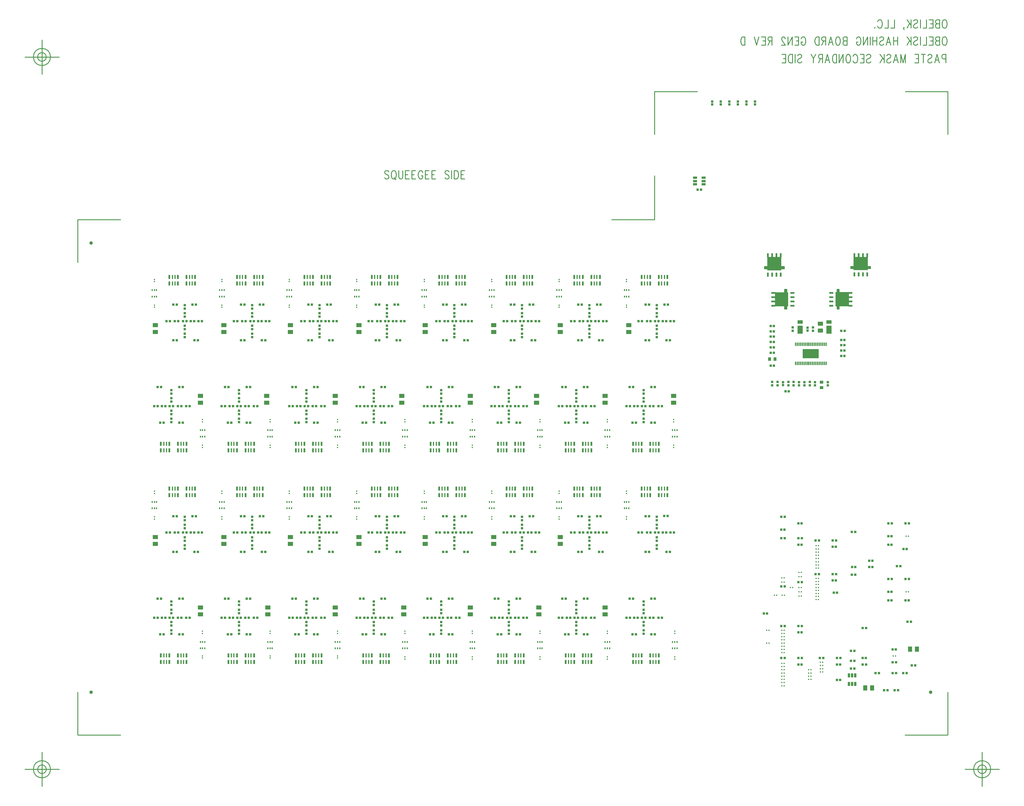
<source format=gbr>
*
*
G04 PADS 9.2 Build Number: 414666 generated Gerber (RS-274-X) file*
G04 PC Version=2.1*
*
%IN "SC1B_REVD_ARC.pcb"*%
*
%MOIN*%
*
%FSLAX24Y24*%
*
*
*
*
G04 PC Standard Apertures*
*
*
G04 Thermal Relief Aperture macro.*
%AMTER*
1,1,$1,0,0*
1,0,$1-$2,0,0*
21,0,$3,$4,0,0,45*
21,0,$3,$4,0,0,135*
%
*
*
G04 Annular Aperture macro.*
%AMANN*
1,1,$1,0,0*
1,0,$2,0,0*
%
*
*
G04 Odd Aperture macro.*
%AMODD*
1,1,$1,0,0*
1,0,$1-0.005,0,0*
%
*
*
G04 PC Custom Aperture Macros*
*
*
*
*
*
*
G04 PC Aperture Table*
*
%ADD010C,0.001*%
%ADD017R,0.04X0.038*%
%ADD023R,0.027X0.027*%
%ADD026C,0.04*%
%ADD028C,0.01*%
%ADD032C,0.005*%
%ADD049R,0.045X0.025*%
%ADD116R,0.038X0.04*%
%ADD138R,0.06X0.05*%
%ADD148R,0.025X0.045*%
%ADD169R,0.017X0.045*%
%ADD197R,0.016X0.018*%
%ADD199R,0.018X0.016*%
%ADD287R,0.024X0.045*%
%ADD289R,0.05X0.06*%
%ADD290R,0.01654X0.02362*%
%ADD293R,0.029X0.029*%
%ADD295R,0.024X0.05*%
%ADD296R,0.05X0.024*%
%ADD314R,0.012X0.042*%
%ADD315R,0.187X0.108*%
%ADD316R,0.059X0.095*%
%ADD317R,0.059X0.041*%
*
*
*
*
G04 PC Circuitry*
G04 Layer Name SC1B_REVD_ARC.pcb - circuitry*
%LPD*%
*
*
G04 PC Custom Flashes*
G04 Layer Name SC1B_REVD_ARC.pcb - flashes*
%LPD*%
*
*
G04 PC Circuitry*
G04 Layer Name SC1B_REVD_ARC.pcb - circuitry*
%LPD*%
*
G54D10*
G54D17*
G01X106820Y60622D03*
Y61252D03*
G54D23*
X115140Y30000D03*
X115500D03*
X94070Y94054D03*
Y93694D03*
X95070Y94054D03*
Y93694D03*
X96070Y94054D03*
Y93694D03*
X114640Y36750D03*
X115000D03*
Y43250D03*
X114640D03*
Y35750D03*
X115000D03*
X114640Y42250D03*
X115000D03*
X116390Y41750D03*
X116750D03*
X117000Y35750D03*
X116640D03*
X112750Y39625D03*
X112390D03*
Y40375D03*
X112750D03*
X110750Y39625D03*
X110390D03*
X101250Y67812D03*
X100890D03*
X101250Y67187D03*
X100890D03*
X101250Y66562D03*
X100890D03*
Y64687D03*
X101250D03*
X102640Y60187D03*
X103000D03*
X105195Y67617D03*
Y67257D03*
X101250Y63187D03*
X100890D03*
X104820Y61242D03*
Y60882D03*
X109500Y64937D03*
X109140D03*
X109500Y64312D03*
X109140D03*
X104195Y61242D03*
Y60882D03*
X106070D03*
Y61242D03*
X107570D03*
Y60882D03*
X109500Y66187D03*
X109140D03*
X101250Y65312D03*
X100890D03*
X109500Y65562D03*
X109140D03*
X101250Y65937D03*
X100890D03*
X99070Y94054D03*
Y93694D03*
X104500Y44750D03*
X104140D03*
X102500Y44000D03*
X102140D03*
X98070Y94054D03*
Y93694D03*
X97070Y94054D03*
Y93694D03*
X104500Y32000D03*
X104140D03*
Y42250D03*
X104500D03*
Y28250D03*
X104140D03*
X108500Y42000D03*
X108140D03*
X109000Y28250D03*
X108640D03*
X108500Y38063D03*
X108140D03*
X111640Y29000D03*
X112000D03*
X108634Y26456D03*
X108994D03*
X108265Y36625D03*
X108625D03*
X100450Y34200D03*
X100090D03*
X102320Y60895D03*
Y61255D03*
G54D26*
X21570Y77500D03*
Y25000D03*
X119570D03*
G54D28*
X121245Y101614D02*
X121313Y101567D01*
X121313D02*
X121381Y101473D01*
X121381D02*
X121415Y101380D01*
X121415D02*
X121450Y101239D01*
Y101005*
X121415Y100864*
X121415D02*
X121381Y100770D01*
X121381D02*
X121313Y100676D01*
X121313D02*
X121245Y100630D01*
X121109*
X121040Y100676*
X121040D02*
X120972Y100770D01*
X120972D02*
X120938Y100864D01*
X120938D02*
X120904Y101005D01*
X120904D02*
Y101239D01*
X120904D02*
X120938Y101380D01*
X120938D02*
X120972Y101473D01*
X120972D02*
X121040Y101567D01*
X121040D02*
X121109Y101614D01*
X121245*
X120597D02*
Y100630D01*
Y101614D02*
X120290D01*
X120290D02*
X120188Y101567D01*
X120188D02*
X120154Y101520D01*
X120154D02*
X120120Y101426D01*
X120120D02*
Y101333D01*
X120154Y101239*
X120154D02*
X120188Y101192D01*
X120188D02*
X120290Y101145D01*
X120597D02*
X120290D01*
X120290D02*
X120188Y101098D01*
X120188D02*
X120154Y101051D01*
X120154D02*
X120120Y100958D01*
Y100817*
X120120D02*
X120154Y100723D01*
X120154D02*
X120188Y100676D01*
X120188D02*
X120290Y100630D01*
X120290D02*
X120597D01*
X119813Y101614D02*
Y100630D01*
Y101614D02*
X119370D01*
X119813Y101145D02*
X119540D01*
X119813Y100630D02*
X119370D01*
X119063Y101614D02*
Y100630D01*
X119063D02*
X118654D01*
X118347Y101614D02*
Y100630D01*
X117563Y101473D02*
X117631Y101567D01*
X117631D02*
X117734Y101614D01*
X117870*
X117972Y101567*
X117972D02*
X118040Y101473D01*
X118040D02*
Y101380D01*
X118040D02*
X118006Y101286D01*
X118006D02*
X117972Y101239D01*
X117972D02*
X117904Y101192D01*
X117904D02*
X117700Y101098D01*
X117700D02*
X117631Y101051D01*
X117631D02*
X117597Y101005D01*
X117597D02*
X117563Y100911D01*
X117563D02*
Y100770D01*
X117563D02*
X117631Y100676D01*
X117631D02*
X117734Y100630D01*
X117870*
X117972Y100676*
X117972D02*
X118040Y100770D01*
X117256Y101614D02*
Y100630D01*
X116779Y101614D02*
X117256Y100958D01*
X117086Y101192D02*
X116779Y100630D01*
X115688Y101614D02*
Y100630D01*
X115211Y101614D02*
Y100630D01*
X115688Y101145D02*
X115211D01*
X114631Y101614D02*
X114904Y100630D01*
X114631Y101614D02*
X114359Y100630D01*
X114802Y100958D02*
X114461D01*
X113575Y101473D02*
X113643Y101567D01*
X113643D02*
X113745Y101614D01*
X113881*
X113881D02*
X113984Y101567D01*
X113984D02*
X114052Y101473D01*
X114052D02*
Y101380D01*
X114018Y101286*
X113984Y101239*
X113915Y101192*
X113915D02*
X113711Y101098D01*
X113711D02*
X113643Y101051D01*
X113643D02*
X113609Y101005D01*
X113575Y100911*
Y100770*
X113575D02*
X113643Y100676D01*
X113643D02*
X113745Y100630D01*
X113881*
X113881D02*
X113984Y100676D01*
X113984D02*
X114052Y100770D01*
X113268Y101614D02*
Y100630D01*
X112790Y101614D02*
Y100630D01*
X113268Y101145D02*
X112790D01*
X112484Y101614D02*
Y100630D01*
X112177Y101614D02*
Y100630D01*
Y101614D02*
X111700Y100630D01*
Y101614D02*
Y100630D01*
X110881Y101380D02*
X110915Y101473D01*
X110915D02*
X110984Y101567D01*
X110984D02*
X111052Y101614D01*
X111188*
X111188D02*
X111256Y101567D01*
X111256D02*
X111325Y101473D01*
X111325D02*
X111359Y101380D01*
X111393Y101239*
Y101005*
X111359Y100864*
X111325Y100770*
X111325D02*
X111256Y100676D01*
X111256D02*
X111188Y100630D01*
X111188D02*
X111052D01*
X110984Y100676*
X110984D02*
X110915Y100770D01*
X110915D02*
X110881Y100864D01*
X110881D02*
Y101005D01*
X111052D02*
X110881D01*
X109790Y101614D02*
Y100630D01*
Y101614D02*
X109484D01*
X109381Y101567*
X109381D02*
X109347Y101520D01*
X109347D02*
X109313Y101426D01*
X109313D02*
Y101333D01*
X109313D02*
X109347Y101239D01*
X109347D02*
X109381Y101192D01*
X109381D02*
X109484Y101145D01*
X109790D02*
X109484D01*
X109484D02*
X109381Y101098D01*
X109381D02*
X109347Y101051D01*
X109347D02*
X109313Y100958D01*
X109313D02*
Y100817D01*
X109313D02*
X109347Y100723D01*
X109347D02*
X109381Y100676D01*
X109381D02*
X109484Y100630D01*
X109790*
X108802Y101614D02*
X108870Y101567D01*
X108870D02*
X108938Y101473D01*
X108938D02*
X108972Y101380D01*
X108972D02*
X109006Y101239D01*
X109006D02*
Y101005D01*
X109006D02*
X108972Y100864D01*
X108972D02*
X108938Y100770D01*
X108938D02*
X108870Y100676D01*
X108870D02*
X108802Y100630D01*
X108665*
X108665D02*
X108597Y100676D01*
X108597D02*
X108529Y100770D01*
X108529D02*
X108495Y100864D01*
X108461Y101005*
Y101239*
X108495Y101380*
X108529Y101473*
X108529D02*
X108597Y101567D01*
X108597D02*
X108665Y101614D01*
X108665D02*
X108802D01*
X107881D02*
X108154Y100630D01*
X107881Y101614D02*
X107609Y100630D01*
X108052Y100958D02*
X107711D01*
X107302Y101614D02*
Y100630D01*
Y101614D02*
X106995D01*
X106893Y101567*
X106893D02*
X106859Y101520D01*
X106859D02*
X106825Y101426D01*
X106825D02*
Y101333D01*
X106859Y101239*
X106893Y101192*
X106893D02*
X106995Y101145D01*
X106995D02*
X107302D01*
X107063D02*
X106825Y100630D01*
X106518Y101614D02*
Y100630D01*
Y101614D02*
X106279D01*
X106279D02*
X106177Y101567D01*
X106177D02*
X106109Y101473D01*
X106109D02*
X106075Y101380D01*
X106040Y101239*
X106040D02*
Y101005D01*
X106040D02*
X106075Y100864D01*
X106109Y100770*
X106109D02*
X106177Y100676D01*
X106177D02*
X106279Y100630D01*
X106279D02*
X106518D01*
X104438Y101380D02*
X104472Y101473D01*
X104472D02*
X104540Y101567D01*
X104540D02*
X104609Y101614D01*
X104745*
X104813Y101567*
X104813D02*
X104881Y101473D01*
X104881D02*
X104915Y101380D01*
X104915D02*
X104950Y101239D01*
Y101005*
X104915Y100864*
X104915D02*
X104881Y100770D01*
X104881D02*
X104813Y100676D01*
X104813D02*
X104745Y100630D01*
X104609*
X104540Y100676*
X104540D02*
X104472Y100770D01*
X104472D02*
X104438Y100864D01*
X104438D02*
Y101005D01*
X104609D02*
X104438D01*
X104131Y101614D02*
Y100630D01*
Y101614D02*
X103688D01*
X104131Y101145D02*
X103859D01*
X104131Y100630D02*
X103688D01*
X103381Y101614D02*
Y100630D01*
Y101614D02*
X102904Y100630D01*
Y101614D02*
Y100630D01*
X102563Y101380D02*
Y101426D01*
X102563D02*
X102529Y101520D01*
X102529D02*
X102495Y101567D01*
X102495D02*
X102427Y101614D01*
X102290*
X102290D02*
X102222Y101567D01*
X102222D02*
X102188Y101520D01*
X102188D02*
X102154Y101426D01*
X102154D02*
Y101333D01*
X102154D02*
X102188Y101239D01*
X102188D02*
X102256Y101098D01*
X102256D02*
X102597Y100630D01*
X102597D02*
X102120D01*
X101029Y101614D02*
Y100630D01*
Y101614D02*
X100722D01*
X100722D02*
X100620Y101567D01*
X100620D02*
X100586Y101520D01*
X100586D02*
X100552Y101426D01*
X100552D02*
Y101333D01*
X100586Y101239*
X100620Y101192*
X100620D02*
X100722Y101145D01*
X100722D02*
X101029D01*
X100790D02*
X100552Y100630D01*
X100245Y101614D02*
Y100630D01*
Y101614D02*
X99802D01*
X100245Y101145D02*
X99972D01*
X100245Y100630D02*
X99802D01*
X99495Y101614D02*
X99222Y100630D01*
X98950Y101614D02*
X99222Y100630D01*
X97859Y101614D02*
Y100630D01*
Y101614D02*
X97620D01*
X97518Y101567*
X97518D02*
X97450Y101473D01*
X97450D02*
X97415Y101380D01*
X97415D02*
X97381Y101239D01*
X97381D02*
Y101005D01*
X97381D02*
X97415Y100864D01*
X97415D02*
X97450Y100770D01*
X97450D02*
X97518Y100676D01*
X97518D02*
X97620Y100630D01*
X97859*
X121340Y99559D02*
Y98575D01*
Y99559D02*
X121033D01*
X120930Y99512*
X120930D02*
X120896Y99465D01*
X120896D02*
X120862Y99371D01*
X120862D02*
Y99231D01*
X120862D02*
X120896Y99137D01*
X120896D02*
X120930Y99090D01*
X120930D02*
X121033Y99043D01*
X121033D02*
X121340D01*
X120283Y99559D02*
X120555Y98575D01*
X120283Y99559D02*
X120010Y98575D01*
X120453Y98903D02*
X120112D01*
X119226Y99418D02*
X119294Y99512D01*
X119294D02*
X119396Y99559D01*
X119396D02*
X119533D01*
X119635Y99512*
X119635D02*
X119703Y99418D01*
X119703D02*
Y99325D01*
X119703D02*
X119669Y99231D01*
X119669D02*
X119635Y99184D01*
X119567Y99137*
X119567D02*
X119362Y99043D01*
X119362D02*
X119294Y98996D01*
X119294D02*
X119260Y98950D01*
X119226Y98856*
Y98715*
X119226D02*
X119294Y98621D01*
X119294D02*
X119396Y98575D01*
X119396D02*
X119533D01*
X119635Y98621*
X119635D02*
X119703Y98715D01*
X118680Y99559D02*
Y98575D01*
X118919Y99559D02*
X118442D01*
X118135D02*
Y98575D01*
Y99559D02*
X117692D01*
X118135Y99090D02*
X117862D01*
X118135Y98575D02*
X117692D01*
X116601Y99559D02*
Y98575D01*
Y99559D02*
X116328Y98575D01*
X116055Y99559D02*
X116328Y98575D01*
X116055Y99559D02*
Y98575D01*
X115476Y99559D02*
X115749Y98575D01*
X115476Y99559D02*
X115203Y98575D01*
X115646Y98903D02*
X115305D01*
X114419Y99418D02*
X114487Y99512D01*
X114487D02*
X114590Y99559D01*
X114726*
X114828Y99512*
X114828D02*
X114896Y99418D01*
X114896D02*
Y99325D01*
X114896D02*
X114862Y99231D01*
X114862D02*
X114828Y99184D01*
X114828D02*
X114760Y99137D01*
X114760D02*
X114555Y99043D01*
X114555D02*
X114487Y98996D01*
X114487D02*
X114453Y98950D01*
X114453D02*
X114419Y98856D01*
X114419D02*
Y98715D01*
X114419D02*
X114487Y98621D01*
X114487D02*
X114590Y98575D01*
X114726*
X114828Y98621*
X114828D02*
X114896Y98715D01*
X114112Y99559D02*
Y98575D01*
X113635Y99559D02*
X114112Y98903D01*
X113942Y99137D02*
X113635Y98575D01*
X112067Y99418D02*
X112135Y99512D01*
X112135D02*
X112237Y99559D01*
X112237D02*
X112374D01*
X112476Y99512*
X112476D02*
X112544Y99418D01*
X112544D02*
Y99325D01*
X112544D02*
X112510Y99231D01*
X112476Y99184*
X112408Y99137*
X112408D02*
X112203Y99043D01*
X112203D02*
X112135Y98996D01*
X112135D02*
X112101Y98950D01*
X112067Y98856*
Y98715*
X112067D02*
X112135Y98621D01*
X112135D02*
X112237Y98575D01*
X112237D02*
X112374D01*
X112476Y98621*
X112476D02*
X112544Y98715D01*
X111760Y99559D02*
Y98575D01*
Y99559D02*
X111317D01*
X111760Y99090D02*
X111487D01*
X111760Y98575D02*
X111317D01*
X110499Y99325D02*
X110533Y99418D01*
X110533D02*
X110601Y99512D01*
X110601D02*
X110669Y99559D01*
X110669D02*
X110805D01*
X110805D02*
X110874Y99512D01*
X110874D02*
X110942Y99418D01*
X110942D02*
X110976Y99325D01*
X111010Y99184*
Y98950*
X110976Y98809*
X110942Y98715*
X110942D02*
X110874Y98621D01*
X110874D02*
X110805Y98575D01*
X110805D02*
X110669D01*
X110669D02*
X110601Y98621D01*
X110601D02*
X110533Y98715D01*
X110533D02*
X110499Y98809D01*
X109987Y99559D02*
X110055Y99512D01*
X110055D02*
X110124Y99418D01*
X110124D02*
X110158Y99325D01*
X110192Y99184*
Y98950*
X110158Y98809*
X110124Y98715*
X110124D02*
X110055Y98621D01*
X110055D02*
X109987Y98575D01*
X109987D02*
X109851D01*
X109783Y98621*
X109783D02*
X109715Y98715D01*
X109715D02*
X109680Y98809D01*
X109680D02*
X109646Y98950D01*
X109646D02*
Y99184D01*
X109646D02*
X109680Y99325D01*
X109680D02*
X109715Y99418D01*
X109715D02*
X109783Y99512D01*
X109783D02*
X109851Y99559D01*
X109987*
X109340D02*
Y98575D01*
Y99559D02*
X108862Y98575D01*
Y99559D02*
Y98575D01*
X108555Y99559D02*
Y98575D01*
Y99559D02*
X108317D01*
X108215Y99512*
X108215D02*
X108146Y99418D01*
X108146D02*
X108112Y99325D01*
X108112D02*
X108078Y99184D01*
X108078D02*
Y98950D01*
X108078D02*
X108112Y98809D01*
X108112D02*
X108146Y98715D01*
X108146D02*
X108215Y98621D01*
X108215D02*
X108317Y98575D01*
X108555*
X107499Y99559D02*
X107771Y98575D01*
X107499Y99559D02*
X107226Y98575D01*
X107669Y98903D02*
X107328D01*
X106919Y99559D02*
Y98575D01*
Y99559D02*
X106612D01*
X106612D02*
X106510Y99512D01*
X106510D02*
X106476Y99465D01*
X106476D02*
X106442Y99371D01*
X106442D02*
Y99278D01*
X106476Y99184*
X106510Y99137*
X106510D02*
X106612Y99090D01*
X106612D02*
X106919D01*
X106680D02*
X106442Y98575D01*
X106135Y99559D02*
X105862Y99090D01*
X105862D02*
Y98575D01*
X105590Y99559D02*
X105862Y99090D01*
X104021Y99418D02*
X104090Y99512D01*
X104090D02*
X104192Y99559D01*
X104328*
X104328D02*
X104430Y99512D01*
X104430D02*
X104499Y99418D01*
X104499D02*
Y99325D01*
X104465Y99231*
X104430Y99184*
X104430D02*
X104362Y99137D01*
X104362D02*
X104158Y99043D01*
X104158D02*
X104090Y98996D01*
X104090D02*
X104055Y98950D01*
X104055D02*
X104021Y98856D01*
X104021D02*
Y98715D01*
X104021D02*
X104090Y98621D01*
X104090D02*
X104192Y98575D01*
X104328*
X104328D02*
X104430Y98621D01*
X104430D02*
X104499Y98715D01*
X103715Y99559D02*
Y98575D01*
X103408Y99559D02*
Y98575D01*
Y99559D02*
X103169D01*
X103169D02*
X103067Y99512D01*
X103067D02*
X102999Y99418D01*
X102999D02*
X102965Y99325D01*
X102930Y99184*
X102930D02*
Y98950D01*
X102930D02*
X102965Y98809D01*
X102999Y98715*
X102999D02*
X103067Y98621D01*
X103067D02*
X103169Y98575D01*
X103169D02*
X103408D01*
X102624Y99559D02*
Y98575D01*
Y99559D02*
X102180D01*
X102624Y99090D02*
X102351D01*
X102624Y98575D02*
X102180D01*
X121245Y103614D02*
X121313Y103567D01*
X121313D02*
X121381Y103473D01*
X121381D02*
X121415Y103380D01*
X121415D02*
X121450Y103239D01*
Y103005*
X121415Y102864*
X121415D02*
X121381Y102770D01*
X121381D02*
X121313Y102676D01*
X121313D02*
X121245Y102630D01*
X121109*
X121040Y102676*
X121040D02*
X120972Y102770D01*
X120972D02*
X120938Y102864D01*
X120938D02*
X120904Y103005D01*
X120904D02*
Y103239D01*
X120904D02*
X120938Y103380D01*
X120938D02*
X120972Y103473D01*
X120972D02*
X121040Y103567D01*
X121040D02*
X121109Y103614D01*
X121245*
X120597D02*
Y102630D01*
Y103614D02*
X120290D01*
X120290D02*
X120188Y103567D01*
X120188D02*
X120154Y103520D01*
X120154D02*
X120120Y103426D01*
X120120D02*
Y103333D01*
X120154Y103239*
X120154D02*
X120188Y103192D01*
X120188D02*
X120290Y103145D01*
X120597D02*
X120290D01*
X120290D02*
X120188Y103098D01*
X120188D02*
X120154Y103051D01*
X120154D02*
X120120Y102958D01*
Y102817*
X120120D02*
X120154Y102723D01*
X120154D02*
X120188Y102676D01*
X120188D02*
X120290Y102630D01*
X120290D02*
X120597D01*
X119813Y103614D02*
Y102630D01*
Y103614D02*
X119370D01*
X119813Y103145D02*
X119540D01*
X119813Y102630D02*
X119370D01*
X119063Y103614D02*
Y102630D01*
X119063D02*
X118654D01*
X118347Y103614D02*
Y102630D01*
X117563Y103473D02*
X117631Y103567D01*
X117631D02*
X117734Y103614D01*
X117870*
X117972Y103567*
X117972D02*
X118040Y103473D01*
X118040D02*
Y103380D01*
X118040D02*
X118006Y103286D01*
X118006D02*
X117972Y103239D01*
X117972D02*
X117904Y103192D01*
X117904D02*
X117700Y103098D01*
X117700D02*
X117631Y103051D01*
X117631D02*
X117597Y103005D01*
X117597D02*
X117563Y102911D01*
X117563D02*
Y102770D01*
X117563D02*
X117631Y102676D01*
X117631D02*
X117734Y102630D01*
X117870*
X117972Y102676*
X117972D02*
X118040Y102770D01*
X117256Y103614D02*
Y102630D01*
X116779Y103614D02*
X117256Y102958D01*
X117086Y103192D02*
X116779Y102630D01*
X116404Y102676D02*
X116438Y102630D01*
X116438D02*
X116472Y102676D01*
X116472D02*
X116438Y102723D01*
X116438D02*
X116404Y102676D01*
X116404D02*
Y102583D01*
X116404D02*
X116438Y102489D01*
X116438D02*
X116472Y102442D01*
X115313Y103614D02*
Y102630D01*
X115313D02*
X114904D01*
X114597Y103614D02*
Y102630D01*
X114597D02*
X114188D01*
X113370Y103380D02*
X113404Y103473D01*
X113404D02*
X113472Y103567D01*
X113472D02*
X113540Y103614D01*
X113540D02*
X113677D01*
X113745Y103567*
X113745D02*
X113813Y103473D01*
X113813D02*
X113847Y103380D01*
X113847D02*
X113881Y103239D01*
X113881D02*
Y103005D01*
X113881D02*
X113847Y102864D01*
X113847D02*
X113813Y102770D01*
X113813D02*
X113745Y102676D01*
X113745D02*
X113677Y102630D01*
X113540*
X113540D02*
X113472Y102676D01*
X113472D02*
X113404Y102770D01*
X113404D02*
X113370Y102864D01*
X113029Y102723D02*
X113063Y102676D01*
X113063D02*
X113029Y102630D01*
X113029D02*
X112995Y102676D01*
X112995D02*
X113029Y102723D01*
X56297Y85843D02*
X56229Y85937D01*
X56229D02*
X56126Y85984D01*
X56126D02*
X55990D01*
X55888Y85937*
X55888D02*
X55820Y85843D01*
X55820D02*
Y85750D01*
X55854Y85656*
X55888Y85609*
X55956Y85562*
X55956D02*
X56160Y85468D01*
X56160D02*
X56229Y85421D01*
X56229D02*
X56263Y85375D01*
X56297Y85281*
Y85140*
X56297D02*
X56229Y85046D01*
X56229D02*
X56126Y85000D01*
X56126D02*
X55990D01*
X55888Y85046*
X55888D02*
X55820Y85140D01*
X56808Y85984D02*
X56740Y85937D01*
X56740D02*
X56672Y85843D01*
X56672D02*
X56638Y85750D01*
X56604Y85609*
Y85375*
X56638Y85234*
X56672Y85140*
X56672D02*
X56740Y85046D01*
X56740D02*
X56808Y85000D01*
X56808D02*
X56945D01*
X57013Y85046*
X57013D02*
X57081Y85140D01*
X57081D02*
X57115Y85234D01*
X57149Y85375*
X57149D02*
Y85609D01*
X57149D02*
X57115Y85750D01*
X57081Y85843*
X57081D02*
X57013Y85937D01*
X57013D02*
X56945Y85984D01*
X56808*
X56910Y85187D02*
X57115Y84906D01*
X57456Y85984D02*
Y85281D01*
X57490Y85140*
X57490D02*
X57558Y85046D01*
X57558D02*
X57660Y85000D01*
X57660D02*
X57729D01*
X57831Y85046*
X57831D02*
X57899Y85140D01*
X57899D02*
X57933Y85281D01*
X57933D02*
Y85984D01*
X58240D02*
Y85000D01*
Y85984D02*
X58683D01*
X58240Y85515D02*
X58513D01*
X58240Y85000D02*
X58683D01*
X58990Y85984D02*
Y85000D01*
Y85984D02*
X59433D01*
X58990Y85515D02*
X59263D01*
X58990Y85000D02*
X59433D01*
X60251Y85750D02*
X60217Y85843D01*
X60217D02*
X60149Y85937D01*
X60149D02*
X60081Y85984D01*
X59945*
X59876Y85937*
X59876D02*
X59808Y85843D01*
X59808D02*
X59774Y85750D01*
X59774D02*
X59740Y85609D01*
Y85375*
X59774Y85234*
X59774D02*
X59808Y85140D01*
X59808D02*
X59876Y85046D01*
X59876D02*
X59945Y85000D01*
X60081*
X60149Y85046*
X60149D02*
X60217Y85140D01*
X60217D02*
X60251Y85234D01*
X60251D02*
Y85375D01*
X60081D02*
X60251D01*
X60558Y85984D02*
Y85000D01*
Y85984D02*
X61001D01*
X60558Y85515D02*
X60831D01*
X60558Y85000D02*
X61001D01*
X61308Y85984D02*
Y85000D01*
Y85984D02*
X61751D01*
X61308Y85515D02*
X61581D01*
X61308Y85000D02*
X61751D01*
X63320Y85843D02*
X63251Y85937D01*
X63251D02*
X63149Y85984D01*
X63149D02*
X63013D01*
X62910Y85937*
X62910D02*
X62842Y85843D01*
X62842D02*
Y85750D01*
X62842D02*
X62876Y85656D01*
X62876D02*
X62910Y85609D01*
X62910D02*
X62979Y85562D01*
X62979D02*
X63183Y85468D01*
X63183D02*
X63251Y85421D01*
X63251D02*
X63285Y85375D01*
X63285D02*
X63320Y85281D01*
Y85140*
X63320D02*
X63251Y85046D01*
X63251D02*
X63149Y85000D01*
X63149D02*
X63013D01*
X62910Y85046*
X62910D02*
X62842Y85140D01*
X63626Y85984D02*
Y85000D01*
X63933Y85984D02*
Y85000D01*
Y85984D02*
X64172D01*
X64274Y85937*
X64274D02*
X64342Y85843D01*
X64342D02*
X64376Y85750D01*
X64376D02*
X64410Y85609D01*
X64410D02*
Y85375D01*
X64410D02*
X64376Y85234D01*
X64376D02*
X64342Y85140D01*
X64342D02*
X64274Y85046D01*
X64274D02*
X64172Y85000D01*
X63933*
X64717Y85984D02*
Y85000D01*
Y85984D02*
X65160D01*
X64717Y85515D02*
X64990D01*
X64717Y85000D02*
X65160D01*
X116570Y20000D02*
X121570D01*
Y25000*
X82320Y80236D02*
X87320D01*
Y85375*
X92328Y95200D02*
X87319D01*
Y90202*
X25000Y80236D02*
X20000D01*
Y75250*
X121570Y90193D02*
Y95200D01*
X116605*
X20000Y25000D02*
Y20000D01*
X25000*
X16820Y99250D02*
G75*
G03X16820I-1000J0D01*
G01X16320D02*
G03X16320I-500J0D01*
G01X15820Y101250D02*
Y97250D01*
X17820Y99250D02*
X13820D01*
X16820Y16000D02*
G03X16820I-1000J0D01*
G01X16320D02*
G03X16320I-500J0D01*
G01X15820Y18000D02*
Y14000D01*
X17820Y16000D02*
X13820D01*
X126570D02*
G03X126570I-1000J0D01*
G01X126070D02*
G03X126070I-500J0D01*
G01X125570Y18000D02*
Y14000D01*
X127570Y16000D02*
X123570D01*
G54D32*
X102495Y74762D02*
X102119D01*
X102119D02*
X102105Y74776D01*
X102105D02*
Y75842D01*
X100525*
Y74776*
X100525D02*
X100510Y74762D01*
X100145*
Y74482*
X100510*
X100525Y74467*
Y74352*
X102105*
Y74467*
X102119Y74482*
X102119D02*
X102495D01*
Y74762*
Y74482D02*
Y74762D01*
X102470Y74482D02*
Y74762D01*
X102445Y74482D02*
Y74762D01*
X102420Y74482D02*
Y74762D01*
X102395Y74482D02*
Y74762D01*
X102370Y74482D02*
Y74762D01*
X102345Y74482D02*
Y74762D01*
X102320Y74482D02*
Y74762D01*
X102295Y74482D02*
Y74762D01*
X102270Y74482D02*
Y74762D01*
X102245Y74482D02*
Y74762D01*
X102220Y74482D02*
Y74762D01*
X102195Y74482D02*
Y74762D01*
X102170Y74482D02*
Y74762D01*
X102145Y74482D02*
Y74762D01*
X102120Y74482D02*
Y74762D01*
X102095Y74352D02*
Y75842D01*
X102070Y74352D02*
Y75842D01*
X102045Y74352D02*
Y75842D01*
X102020Y74352D02*
Y75842D01*
X101995Y74352D02*
Y75842D01*
X101970Y74352D02*
Y75842D01*
X101945Y74352D02*
Y75842D01*
X101920Y74352D02*
Y75842D01*
X101895Y74352D02*
Y75842D01*
X101870Y74352D02*
Y75842D01*
X101845Y74352D02*
Y75842D01*
X101820Y74352D02*
Y75842D01*
X101795Y74352D02*
Y75842D01*
X101770Y74352D02*
Y75842D01*
X101745Y74352D02*
Y75842D01*
X101720Y74352D02*
Y75842D01*
X101695Y74352D02*
Y75842D01*
X101670Y74352D02*
Y75842D01*
X101645Y74352D02*
Y75842D01*
X101620Y74352D02*
Y75842D01*
X101595Y74352D02*
Y75842D01*
X101570Y74352D02*
Y75842D01*
X101545Y74352D02*
Y75842D01*
X101520Y74352D02*
Y75842D01*
X101495Y74352D02*
Y75842D01*
X101470Y74352D02*
Y75842D01*
X101445Y74352D02*
Y75842D01*
X101420Y74352D02*
Y75842D01*
X101395Y74352D02*
Y75842D01*
X101370Y74352D02*
Y75842D01*
X101345Y74352D02*
Y75842D01*
X101320Y74352D02*
Y75842D01*
X101295Y74352D02*
Y75842D01*
X101270Y74352D02*
Y75842D01*
X101245Y74352D02*
Y75842D01*
X101220Y74352D02*
Y75842D01*
X101195Y74352D02*
Y75842D01*
X101170Y74352D02*
Y75842D01*
X101145Y74352D02*
Y75842D01*
X101120Y74352D02*
Y75842D01*
X101095Y74352D02*
Y75842D01*
X101070Y74352D02*
Y75842D01*
X101045Y74352D02*
Y75842D01*
X101020Y74352D02*
Y75842D01*
X100995Y74352D02*
Y75842D01*
X100970Y74352D02*
Y75842D01*
X100945Y74352D02*
Y75842D01*
X100920Y74352D02*
Y75842D01*
X100895Y74352D02*
Y75842D01*
X100870Y74352D02*
Y75842D01*
X100845Y74352D02*
Y75842D01*
X100820Y74352D02*
Y75842D01*
X100795Y74352D02*
Y75842D01*
X100770Y74352D02*
Y75842D01*
X100745Y74352D02*
Y75842D01*
X100720Y74352D02*
Y75842D01*
X100695Y74352D02*
Y75842D01*
X100670Y74352D02*
Y75842D01*
X100645Y74352D02*
Y75842D01*
X100620Y74352D02*
Y75842D01*
X100595Y74352D02*
Y75842D01*
X100570Y74352D02*
Y75842D01*
X100545Y74352D02*
Y75842D01*
X100520Y74472D02*
Y74771D01*
X100495Y74482D02*
Y74762D01*
X100470Y74482D02*
Y74762D01*
X100445Y74482D02*
Y74762D01*
X100420Y74482D02*
Y74762D01*
X100395Y74482D02*
Y74762D01*
X100370Y74482D02*
Y74762D01*
X100345Y74482D02*
Y74762D01*
X100320Y74482D02*
Y74762D01*
X100295Y74482D02*
Y74762D01*
X100270Y74482D02*
Y74762D01*
X100245Y74482D02*
Y74762D01*
X100220Y74482D02*
Y74762D01*
X100195Y74482D02*
Y74762D01*
X100170Y74482D02*
Y74762D01*
X102495Y72112D02*
Y71736D01*
X102495D02*
X102480Y71722D01*
X101415*
Y70142*
X102480*
X102495Y70127*
Y69762*
X102775*
Y70127*
X102789Y70142*
X102789D02*
X102905D01*
Y71722*
X102789*
X102789D02*
X102775Y71736D01*
X102775D02*
Y72112D01*
X102495*
X102895Y70142D02*
Y71722D01*
X102870Y70142D02*
Y71722D01*
X102845Y70142D02*
Y71722D01*
X102820Y70142D02*
Y71722D01*
X102795Y70142D02*
Y71722D01*
X102770Y69762D02*
Y72112D01*
X102745Y69762D02*
Y72112D01*
X102720Y69762D02*
Y72112D01*
X102695Y69762D02*
Y72112D01*
X102670Y69762D02*
Y72112D01*
X102645Y69762D02*
Y72112D01*
X102620Y69762D02*
Y72112D01*
X102595Y69762D02*
Y72112D01*
X102570Y69762D02*
Y72112D01*
X102545Y69762D02*
Y72112D01*
X102520Y69762D02*
Y72112D01*
X102495Y70127D02*
Y71736D01*
X102470Y70142D02*
Y71722D01*
X102445Y70142D02*
Y71722D01*
X102420Y70142D02*
Y71722D01*
X102395Y70142D02*
Y71722D01*
X102370Y70142D02*
Y71722D01*
X102345Y70142D02*
Y71722D01*
X102320Y70142D02*
Y71722D01*
X102295Y70142D02*
Y71722D01*
X102270Y70142D02*
Y71722D01*
X102245Y70142D02*
Y71722D01*
X102220Y70142D02*
Y71722D01*
X102195Y70142D02*
Y71722D01*
X102170Y70142D02*
Y71722D01*
X102145Y70142D02*
Y71722D01*
X102120Y70142D02*
Y71722D01*
X102095Y70142D02*
Y71722D01*
X102070Y70142D02*
Y71722D01*
X102045Y70142D02*
Y71722D01*
X102020Y70142D02*
Y71722D01*
X101995Y70142D02*
Y71722D01*
X101970Y70142D02*
Y71722D01*
X101945Y70142D02*
Y71722D01*
X101920Y70142D02*
Y71722D01*
X101895Y70142D02*
Y71722D01*
X101870Y70142D02*
Y71722D01*
X101845Y70142D02*
Y71722D01*
X101820Y70142D02*
Y71722D01*
X101795Y70142D02*
Y71722D01*
X101770Y70142D02*
Y71722D01*
X101745Y70142D02*
Y71722D01*
X101720Y70142D02*
Y71722D01*
X101695Y70142D02*
Y71722D01*
X101670Y70142D02*
Y71722D01*
X101645Y70142D02*
Y71722D01*
X101620Y70142D02*
Y71722D01*
X101595Y70142D02*
Y71722D01*
X101570Y70142D02*
Y71722D01*
X101545Y70142D02*
Y71722D01*
X101520Y70142D02*
Y71722D01*
X101495Y70142D02*
Y71722D01*
X101470Y70142D02*
Y71722D01*
X101445Y70142D02*
Y71722D01*
X101420Y70142D02*
Y71722D01*
X112570Y74775D02*
X112194D01*
X112194D02*
X112180Y74789D01*
X112180D02*
Y75855D01*
X110600*
Y74789*
X110600D02*
X110585Y74775D01*
X110220*
Y74495*
X110585*
X110600Y74480*
Y74365*
X112180*
Y74480*
X112194Y74495*
X112194D02*
X112570D01*
Y74775*
Y74495D02*
Y74775D01*
X112545Y74495D02*
Y74775D01*
X112520Y74495D02*
Y74775D01*
X112495Y74495D02*
Y74775D01*
X112470Y74495D02*
Y74775D01*
X112445Y74495D02*
Y74775D01*
X112420Y74495D02*
Y74775D01*
X112395Y74495D02*
Y74775D01*
X112370Y74495D02*
Y74775D01*
X112345Y74495D02*
Y74775D01*
X112320Y74495D02*
Y74775D01*
X112295Y74495D02*
Y74775D01*
X112270Y74495D02*
Y74775D01*
X112245Y74495D02*
Y74775D01*
X112220Y74495D02*
Y74775D01*
X112195Y74495D02*
Y74775D01*
X112170Y74365D02*
Y75855D01*
X112145Y74365D02*
Y75855D01*
X112120Y74365D02*
Y75855D01*
X112095Y74365D02*
Y75855D01*
X112070Y74365D02*
Y75855D01*
X112045Y74365D02*
Y75855D01*
X112020Y74365D02*
Y75855D01*
X111995Y74365D02*
Y75855D01*
X111970Y74365D02*
Y75855D01*
X111945Y74365D02*
Y75855D01*
X111920Y74365D02*
Y75855D01*
X111895Y74365D02*
Y75855D01*
X111870Y74365D02*
Y75855D01*
X111845Y74365D02*
Y75855D01*
X111820Y74365D02*
Y75855D01*
X111795Y74365D02*
Y75855D01*
X111770Y74365D02*
Y75855D01*
X111745Y74365D02*
Y75855D01*
X111720Y74365D02*
Y75855D01*
X111695Y74365D02*
Y75855D01*
X111670Y74365D02*
Y75855D01*
X111645Y74365D02*
Y75855D01*
X111620Y74365D02*
Y75855D01*
X111595Y74365D02*
Y75855D01*
X111570Y74365D02*
Y75855D01*
X111545Y74365D02*
Y75855D01*
X111520Y74365D02*
Y75855D01*
X111495Y74365D02*
Y75855D01*
X111470Y74365D02*
Y75855D01*
X111445Y74365D02*
Y75855D01*
X111420Y74365D02*
Y75855D01*
X111395Y74365D02*
Y75855D01*
X111370Y74365D02*
Y75855D01*
X111345Y74365D02*
Y75855D01*
X111320Y74365D02*
Y75855D01*
X111295Y74365D02*
Y75855D01*
X111270Y74365D02*
Y75855D01*
X111245Y74365D02*
Y75855D01*
X111220Y74365D02*
Y75855D01*
X111195Y74365D02*
Y75855D01*
X111170Y74365D02*
Y75855D01*
X111145Y74365D02*
Y75855D01*
X111120Y74365D02*
Y75855D01*
X111095Y74365D02*
Y75855D01*
X111070Y74365D02*
Y75855D01*
X111045Y74365D02*
Y75855D01*
X111020Y74365D02*
Y75855D01*
X110995Y74365D02*
Y75855D01*
X110970Y74365D02*
Y75855D01*
X110945Y74365D02*
Y75855D01*
X110920Y74365D02*
Y75855D01*
X110895Y74365D02*
Y75855D01*
X110870Y74365D02*
Y75855D01*
X110845Y74365D02*
Y75855D01*
X110820Y74365D02*
Y75855D01*
X110795Y74365D02*
Y75855D01*
X110770Y74365D02*
Y75855D01*
X110745Y74365D02*
Y75855D01*
X110720Y74365D02*
Y75855D01*
X110695Y74365D02*
Y75855D01*
X110670Y74365D02*
Y75855D01*
X110645Y74365D02*
Y75855D01*
X110620Y74365D02*
Y75855D01*
X110595Y74485D02*
Y74784D01*
X110570Y74495D02*
Y74775D01*
X110545Y74495D02*
Y74775D01*
X110520Y74495D02*
Y74775D01*
X110495Y74495D02*
Y74775D01*
X110470Y74495D02*
Y74775D01*
X110445Y74495D02*
Y74775D01*
X110420Y74495D02*
Y74775D01*
X110395Y74495D02*
Y74775D01*
X110370Y74495D02*
Y74775D01*
X110345Y74495D02*
Y74775D01*
X110320Y74495D02*
Y74775D01*
X110295Y74495D02*
Y74775D01*
X110270Y74495D02*
Y74775D01*
X110245Y74495D02*
Y74775D01*
X108895Y69762D02*
Y70137D01*
X108909Y70152*
X108909D02*
X109975D01*
Y71732*
X108909*
X108909D02*
X108895Y71746D01*
X108895D02*
Y72112D01*
X108615*
Y71746*
X108615D02*
X108600Y71732D01*
X108485*
Y70152*
X108600*
X108615Y70137*
Y69762*
X108895*
X109970Y70152D02*
Y71732D01*
X109945Y70152D02*
Y71732D01*
X109920Y70152D02*
Y71732D01*
X109895Y70152D02*
Y71732D01*
X109870Y70152D02*
Y71732D01*
X109845Y70152D02*
Y71732D01*
X109820Y70152D02*
Y71732D01*
X109795Y70152D02*
Y71732D01*
X109770Y70152D02*
Y71732D01*
X109745Y70152D02*
Y71732D01*
X109720Y70152D02*
Y71732D01*
X109695Y70152D02*
Y71732D01*
X109670Y70152D02*
Y71732D01*
X109645Y70152D02*
Y71732D01*
X109620Y70152D02*
Y71732D01*
X109595Y70152D02*
Y71732D01*
X109570Y70152D02*
Y71732D01*
X109545Y70152D02*
Y71732D01*
X109520Y70152D02*
Y71732D01*
X109495Y70152D02*
Y71732D01*
X109470Y70152D02*
Y71732D01*
X109445Y70152D02*
Y71732D01*
X109420Y70152D02*
Y71732D01*
X109395Y70152D02*
Y71732D01*
X109370Y70152D02*
Y71732D01*
X109345Y70152D02*
Y71732D01*
X109320Y70152D02*
Y71732D01*
X109295Y70152D02*
Y71732D01*
X109270Y70152D02*
Y71732D01*
X109245Y70152D02*
Y71732D01*
X109220Y70152D02*
Y71732D01*
X109195Y70152D02*
Y71732D01*
X109170Y70152D02*
Y71732D01*
X109145Y70152D02*
Y71732D01*
X109120Y70152D02*
Y71732D01*
X109095Y70152D02*
Y71732D01*
X109070Y70152D02*
Y71732D01*
X109045Y70152D02*
Y71732D01*
X109020Y70152D02*
Y71732D01*
X108995Y70152D02*
Y71732D01*
X108970Y70152D02*
Y71732D01*
X108945Y70152D02*
Y71732D01*
X108920Y70152D02*
Y71732D01*
X108895Y69762D02*
Y72112D01*
X108870Y69762D02*
Y72112D01*
X108845Y69762D02*
Y72112D01*
X108820Y69762D02*
Y72112D01*
X108795Y69762D02*
Y72112D01*
X108770Y69762D02*
Y72112D01*
X108745Y69762D02*
Y72112D01*
X108720Y69762D02*
Y72112D01*
X108695Y69762D02*
Y72112D01*
X108670Y69762D02*
Y72112D01*
X108645Y69762D02*
Y72112D01*
X108620Y69762D02*
Y72112D01*
X108595Y70152D02*
Y71732D01*
X108570Y70152D02*
Y71732D01*
X108545Y70152D02*
Y71732D01*
X108520Y70152D02*
Y71732D01*
X108495Y70152D02*
Y71732D01*
G54D49*
X93070Y84376D03*
Y84750D03*
Y85124D03*
X92070D03*
Y84750D03*
Y84376D03*
G54D116*
X100755Y63937D03*
X101385D03*
G54D138*
X106695Y67287D03*
Y68087D03*
X52820Y43150D03*
Y42350D03*
X58070Y34100D03*
Y34900D03*
X44820Y43150D03*
Y42350D03*
X50070Y34100D03*
Y34900D03*
X37070Y43150D03*
Y42350D03*
X42195Y34100D03*
Y34900D03*
X29070Y43150D03*
Y42350D03*
X34320Y34100D03*
Y34900D03*
X29070Y67900D03*
Y67100D03*
X34320Y58850D03*
Y59650D03*
X37070Y67900D03*
Y67100D03*
X42070Y58850D03*
Y59650D03*
X44820Y67900D03*
Y67100D03*
X50070Y58850D03*
Y59650D03*
X52820Y67900D03*
Y67100D03*
X57820Y58850D03*
Y59650D03*
X60570Y67900D03*
Y67100D03*
X65820Y58850D03*
Y59650D03*
X68570Y67900D03*
Y67100D03*
X73570Y58850D03*
Y59650D03*
X76320Y67900D03*
Y67100D03*
X81570Y58850D03*
Y59650D03*
X84320Y67900D03*
Y67100D03*
X89570Y58850D03*
Y59650D03*
X76320Y43150D03*
Y42350D03*
X81570Y34100D03*
Y34900D03*
X68570Y43150D03*
Y42350D03*
X73820Y34100D03*
Y34900D03*
X60570Y43150D03*
Y42350D03*
X65820Y34100D03*
Y34900D03*
G54D148*
X110021Y25975D03*
X110395D03*
X110769D03*
Y26975D03*
X110395D03*
X110021D03*
G54D169*
X54666Y48053D03*
X54981D03*
Y48820D03*
X54666D03*
X56666Y48053D03*
X56981D03*
Y48820D03*
X56666D03*
X55981Y29320D03*
X55666D03*
Y28553D03*
X55981D03*
X53981Y29320D03*
X53666D03*
Y28553D03*
X53981D03*
X46792Y48053D03*
X47107D03*
Y48820D03*
X46792D03*
X48792Y48053D03*
X49107D03*
Y48820D03*
X48792D03*
X48107Y29320D03*
X47792D03*
Y28553D03*
X48107D03*
X46107Y29320D03*
X45792D03*
Y28553D03*
X46107D03*
X38918Y48053D03*
X39233D03*
Y48820D03*
X38918D03*
X40918Y48053D03*
X41233D03*
Y48820D03*
X40918D03*
X40233Y29320D03*
X39918D03*
Y28553D03*
X40233D03*
X38233Y29320D03*
X37918D03*
Y28553D03*
X38233D03*
X31044Y48053D03*
X31359D03*
Y48820D03*
X31044D03*
X33044Y48053D03*
X33359D03*
Y48820D03*
X33044D03*
X32359Y29320D03*
X32044D03*
Y28553D03*
X32359D03*
X30359Y29320D03*
X30044D03*
Y28553D03*
X30359D03*
X31044Y72777D03*
X31359D03*
Y73545D03*
X31044D03*
X33044Y72777D03*
X33359D03*
Y73545D03*
X33044D03*
X32359Y54045D03*
X32044D03*
Y53277D03*
X32359D03*
X30359Y54045D03*
X30044D03*
Y53277D03*
X30359D03*
X38918Y72777D03*
X39233D03*
Y73545D03*
X38918D03*
X40918Y72777D03*
X41233D03*
Y73545D03*
X40918D03*
X86162Y48053D03*
X86477D03*
Y48820D03*
X86162D03*
X88162Y48053D03*
X88477D03*
Y48820D03*
X88162D03*
X40233Y54045D03*
X39918D03*
Y53277D03*
X40233D03*
X38233Y54045D03*
X37918D03*
Y53277D03*
X38233D03*
X46792Y72777D03*
X47107D03*
Y73545D03*
X46792D03*
X48792Y72777D03*
X49107D03*
Y73545D03*
X48792D03*
X48107Y54045D03*
X47792D03*
Y53277D03*
X48107D03*
X46107Y54045D03*
X45792D03*
Y53277D03*
X46107D03*
X54666Y72777D03*
X54981D03*
Y73545D03*
X54666D03*
X56666Y72777D03*
X56981D03*
Y73545D03*
X56666D03*
X55981Y54045D03*
X55666D03*
Y53277D03*
X55981D03*
X53981Y54045D03*
X53666D03*
Y53277D03*
X53981D03*
X62540Y72777D03*
X62855D03*
Y73545D03*
X62540D03*
X64540Y72777D03*
X64855D03*
Y73545D03*
X64540D03*
X63855Y54045D03*
X63540D03*
Y53277D03*
X63855D03*
X61855Y54045D03*
X61540D03*
Y53277D03*
X61855D03*
X70414Y72777D03*
X70729D03*
Y73545D03*
X70414D03*
X72414Y72777D03*
X72729D03*
Y73545D03*
X72414D03*
X71729Y54045D03*
X71414D03*
Y53277D03*
X71729D03*
X69729Y54045D03*
X69414D03*
Y53277D03*
X69729D03*
X78288Y72777D03*
X78603D03*
Y73545D03*
X78288D03*
X80288Y72777D03*
X80603D03*
Y73545D03*
X80288D03*
X87477Y29320D03*
X87162D03*
Y28553D03*
X87477D03*
X85477Y29320D03*
X85162D03*
Y28553D03*
X85477D03*
X79603Y54045D03*
X79288D03*
Y53277D03*
X79603D03*
X77603Y54045D03*
X77288D03*
Y53277D03*
X77603D03*
X86162Y72777D03*
X86477D03*
Y73545D03*
X86162D03*
X88162Y72777D03*
X88477D03*
Y73545D03*
X88162D03*
X87477Y54045D03*
X87162D03*
Y53277D03*
X87477D03*
X85477Y54045D03*
X85162D03*
Y53277D03*
X85477D03*
X78288Y48053D03*
X78603D03*
Y48820D03*
X78288D03*
X80288Y48053D03*
X80603D03*
Y48820D03*
X80288D03*
X79603Y29320D03*
X79288D03*
Y28553D03*
X79603D03*
X77603Y29320D03*
X77288D03*
Y28553D03*
X77603D03*
X70414Y48053D03*
X70729D03*
Y48820D03*
X70414D03*
X72414Y48053D03*
X72729D03*
Y48820D03*
X72414D03*
X71729Y29320D03*
X71414D03*
Y28553D03*
X71729D03*
X69729Y29320D03*
X69414D03*
Y28553D03*
X69729D03*
X62540Y48053D03*
X62855D03*
Y48820D03*
X62540D03*
X64540Y48053D03*
X64855D03*
Y48820D03*
X64540D03*
X63855Y29320D03*
X63540D03*
Y28553D03*
X63855D03*
X61855Y29320D03*
X61540D03*
Y28553D03*
X61855D03*
G54D197*
X52570Y45505D03*
Y45245D03*
Y48245D03*
Y48505D03*
X58195Y31870D03*
Y32130D03*
Y29130D03*
Y28870D03*
X44695Y45505D03*
Y45245D03*
Y48245D03*
Y48505D03*
X50320Y31870D03*
Y32130D03*
Y29255D03*
Y28995D03*
X36820Y45505D03*
Y45245D03*
Y48245D03*
Y48505D03*
X42445Y31870D03*
Y32130D03*
Y29255D03*
Y28995D03*
X28945Y45505D03*
Y45245D03*
Y48245D03*
Y48505D03*
X34570Y31870D03*
Y32130D03*
Y29255D03*
Y28995D03*
X28945Y70255D03*
Y69995D03*
Y72995D03*
Y73255D03*
X34570Y56620D03*
Y56880D03*
Y53880D03*
Y53620D03*
X36820Y70255D03*
Y69995D03*
Y72995D03*
Y73255D03*
X84070Y45505D03*
Y45245D03*
Y48245D03*
Y48505D03*
X42445Y56620D03*
Y56880D03*
Y53880D03*
Y53620D03*
X44695Y70255D03*
Y69995D03*
Y72995D03*
Y73255D03*
X50320Y56620D03*
Y56880D03*
Y53880D03*
Y53620D03*
X52570Y70255D03*
Y69995D03*
Y72995D03*
Y73255D03*
X58195Y56620D03*
Y56880D03*
Y53880D03*
Y53620D03*
X60445Y70255D03*
Y69995D03*
Y72995D03*
Y73255D03*
X66070Y56620D03*
Y56880D03*
Y53880D03*
Y53620D03*
X68320Y70255D03*
Y69995D03*
Y72995D03*
Y73255D03*
X73945Y56620D03*
Y56880D03*
Y53880D03*
Y53620D03*
X76195Y70255D03*
Y69995D03*
Y72995D03*
Y73255D03*
X89695Y31870D03*
Y32130D03*
Y29130D03*
Y28870D03*
X81820Y56620D03*
Y56880D03*
Y53880D03*
Y53620D03*
X84070Y70255D03*
Y69995D03*
Y72995D03*
Y73255D03*
X89570Y56620D03*
Y56880D03*
Y53880D03*
Y53620D03*
X76195Y45505D03*
Y45245D03*
Y48245D03*
Y48505D03*
X81820Y31870D03*
Y32130D03*
Y29130D03*
Y28870D03*
X68320Y45505D03*
Y45245D03*
Y48245D03*
Y48505D03*
X73945Y31870D03*
Y32130D03*
Y29130D03*
Y28870D03*
X60445Y45505D03*
Y45245D03*
Y48245D03*
Y48505D03*
X66070Y31870D03*
Y32130D03*
Y29130D03*
Y28870D03*
G54D199*
X115190Y29250D03*
X115450D03*
X104450Y37250D03*
X104190D03*
X103190D03*
X103450D03*
X104450Y36250D03*
X104190D03*
X104450Y39000D03*
X104190D03*
X101340Y36350D03*
X101600D03*
X102450Y38375D03*
X102190D03*
X104190Y38500D03*
X104450D03*
X104190Y36750D03*
X104450D03*
X102190Y37875D03*
X102450D03*
X102240Y36350D03*
X102500D03*
X116950Y43250D03*
X116690D03*
X116950Y36750D03*
X116690D03*
X100440Y32250D03*
X100700D03*
X100440Y30750D03*
X100700D03*
X106450Y42125D03*
X106190D03*
X106450Y41750D03*
X106190D03*
X106450Y41000D03*
X106190D03*
X106450Y41375D03*
X106190D03*
X106450Y40250D03*
X106190D03*
X106450Y40625D03*
X106190D03*
X106450Y39500D03*
X106190D03*
X106450Y39875D03*
X106190D03*
X102450Y28375D03*
X102190D03*
X102450Y28000D03*
X102190D03*
X102450Y27250D03*
X102190D03*
X102450Y27625D03*
X102190D03*
X102450Y26500D03*
X102190D03*
X102450Y26875D03*
X102190D03*
X102450Y25750D03*
X102190D03*
X102450Y26125D03*
X102190D03*
X102450Y32250D03*
X102190D03*
X102450Y31875D03*
X102190D03*
X102450Y31125D03*
X102190D03*
X102450Y31500D03*
X102190D03*
X102450Y30375D03*
X102190D03*
X102450Y30750D03*
X102190D03*
X102450Y29625D03*
X102190D03*
X102450Y30000D03*
X102190D03*
X106190Y38300D03*
X106450D03*
X106190Y37950D03*
X106450D03*
X106190Y37600D03*
X106450D03*
X106190Y37250D03*
X106450D03*
X106190Y36900D03*
X106450D03*
X106190Y36550D03*
X106450D03*
X106190Y36200D03*
X106450D03*
X106190Y35850D03*
X106450D03*
X106950Y28500D03*
X106690D03*
X106950Y28125D03*
X106690D03*
X106950Y27375D03*
X106690D03*
X106950Y27750D03*
X106690D03*
X105575Y27250D03*
X105315D03*
X105575Y27625D03*
X105315D03*
X105575Y26500D03*
X105315D03*
X105575Y26875D03*
X105315D03*
G54D287*
X54323Y48053D03*
X55323D03*
Y48820D03*
X54323D03*
X56323Y48053D03*
X57323D03*
Y48820D03*
X56323D03*
Y29320D03*
X55323D03*
Y28553D03*
X56323D03*
X54323Y29320D03*
X53323D03*
Y28553D03*
X54323D03*
X46449Y48053D03*
X47449D03*
Y48820D03*
X46449D03*
X48449Y48053D03*
X49449D03*
Y48820D03*
X48449D03*
Y29320D03*
X47449D03*
Y28553D03*
X48449D03*
X46449Y29320D03*
X45449D03*
Y28553D03*
X46449D03*
X38575Y48053D03*
X39575D03*
Y48820D03*
X38575D03*
X40575Y48053D03*
X41575D03*
Y48820D03*
X40575D03*
Y29320D03*
X39575D03*
Y28553D03*
X40575D03*
X38575Y29320D03*
X37575D03*
Y28553D03*
X38575D03*
X30701Y48053D03*
X31701D03*
Y48820D03*
X30701D03*
X32701Y48053D03*
X33701D03*
Y48820D03*
X32701D03*
Y29320D03*
X31701D03*
Y28553D03*
X32701D03*
X30701Y29320D03*
X29701D03*
Y28553D03*
X30701D03*
Y72777D03*
X31701D03*
Y73545D03*
X30701D03*
X32701Y72777D03*
X33701D03*
Y73545D03*
X32701D03*
Y54045D03*
X31701D03*
Y53277D03*
X32701D03*
X30701Y54045D03*
X29701D03*
Y53277D03*
X30701D03*
X38575Y72777D03*
X39575D03*
Y73545D03*
X38575D03*
X40575Y72777D03*
X41575D03*
Y73545D03*
X40575D03*
X85820Y48053D03*
X86820D03*
Y48820D03*
X85820D03*
X87820Y48053D03*
X88820D03*
Y48820D03*
X87820D03*
X40575Y54045D03*
X39575D03*
Y53277D03*
X40575D03*
X38575Y54045D03*
X37575D03*
Y53277D03*
X38575D03*
X46449Y72777D03*
X47449D03*
Y73545D03*
X46449D03*
X48449Y72777D03*
X49449D03*
Y73545D03*
X48449D03*
Y54045D03*
X47449D03*
Y53277D03*
X48449D03*
X46449Y54045D03*
X45449D03*
Y53277D03*
X46449D03*
X54323Y72777D03*
X55323D03*
Y73545D03*
X54323D03*
X56323Y72777D03*
X57323D03*
Y73545D03*
X56323D03*
Y54045D03*
X55323D03*
Y53277D03*
X56323D03*
X54323Y54045D03*
X53323D03*
Y53277D03*
X54323D03*
X62198Y72777D03*
X63198D03*
Y73545D03*
X62198D03*
X64198Y72777D03*
X65198D03*
Y73545D03*
X64198D03*
Y54045D03*
X63198D03*
Y53277D03*
X64198D03*
X62198Y54045D03*
X61198D03*
Y53277D03*
X62198D03*
X70072Y72777D03*
X71072D03*
Y73545D03*
X70072D03*
X72072Y72777D03*
X73072D03*
Y73545D03*
X72072D03*
Y54045D03*
X71072D03*
Y53277D03*
X72072D03*
X70072Y54045D03*
X69072D03*
Y53277D03*
X70072D03*
X77946Y72777D03*
X78946D03*
Y73545D03*
X77946D03*
X79946Y72777D03*
X80946D03*
Y73545D03*
X79946D03*
X87820Y29320D03*
X86820D03*
Y28553D03*
X87820D03*
X85820Y29320D03*
X84820D03*
Y28553D03*
X85820D03*
X79946Y54045D03*
X78946D03*
Y53277D03*
X79946D03*
X77946Y54045D03*
X76946D03*
Y53277D03*
X77946D03*
X85820Y72777D03*
X86820D03*
Y73545D03*
X85820D03*
X87820Y72777D03*
X88820D03*
Y73545D03*
X87820D03*
Y54045D03*
X86820D03*
Y53277D03*
X87820D03*
X85820Y54045D03*
X84820D03*
Y53277D03*
X85820D03*
X77946Y48053D03*
X78946D03*
Y48820D03*
X77946D03*
X79946Y48053D03*
X80946D03*
Y48820D03*
X79946D03*
Y29320D03*
X78946D03*
Y28553D03*
X79946D03*
X77946Y29320D03*
X76946D03*
Y28553D03*
X77946D03*
X70072Y48053D03*
X71072D03*
Y48820D03*
X70072D03*
X72072Y48053D03*
X73072D03*
Y48820D03*
X72072D03*
Y29320D03*
X71072D03*
Y28553D03*
X72072D03*
X70072Y29320D03*
X69072D03*
Y28553D03*
X70072D03*
X62198Y48053D03*
X63198D03*
Y48820D03*
X62198D03*
X64198Y48053D03*
X65198D03*
Y48820D03*
X64198D03*
Y29320D03*
X63198D03*
Y28553D03*
X64198D03*
X62198Y29320D03*
X61198D03*
Y28553D03*
X62198D03*
G54D289*
X112720Y25500D03*
X111920D03*
X117170Y30050D03*
X117970D03*
G54D290*
X52314Y46501D03*
X52570D03*
X52825D03*
Y47249D03*
X52570D03*
X52314D03*
X58450Y30874D03*
X58195D03*
X57939D03*
Y30126D03*
X58195D03*
X58450D03*
X44439Y46501D03*
X44695D03*
X44950D03*
Y47249D03*
X44695D03*
X44439D03*
X50575Y30874D03*
X50320D03*
X50064D03*
Y30126D03*
X50320D03*
X50575D03*
X36564Y46501D03*
X36820D03*
X37075D03*
Y47249D03*
X36820D03*
X36564D03*
X42700Y30874D03*
X42445D03*
X42189D03*
Y30126D03*
X42445D03*
X42700D03*
X28689Y46501D03*
X28945D03*
X29200D03*
Y47249D03*
X28945D03*
X28689D03*
X34825Y30874D03*
X34570D03*
X34314D03*
Y30126D03*
X34570D03*
X34825D03*
X28689Y71251D03*
X28945D03*
X29200D03*
Y71999D03*
X28945D03*
X28689D03*
X34825Y55624D03*
X34570D03*
X34314D03*
Y54876D03*
X34570D03*
X34825D03*
X36564Y71251D03*
X36820D03*
X37075D03*
Y71999D03*
X36820D03*
X36564D03*
X83814Y46501D03*
X84070D03*
X84325D03*
Y47249D03*
X84070D03*
X83814D03*
X42700Y55624D03*
X42445D03*
X42189D03*
Y54876D03*
X42445D03*
X42700D03*
X44439Y71251D03*
X44695D03*
X44950D03*
Y71999D03*
X44695D03*
X44439D03*
X50575Y55624D03*
X50320D03*
X50064D03*
Y54876D03*
X50320D03*
X50575D03*
X52314Y71251D03*
X52570D03*
X52825D03*
Y71999D03*
X52570D03*
X52314D03*
X58450Y55624D03*
X58195D03*
X57939D03*
Y54876D03*
X58195D03*
X58450D03*
X60189Y71251D03*
X60445D03*
X60700D03*
Y71999D03*
X60445D03*
X60189D03*
X66325Y55624D03*
X66070D03*
X65814D03*
Y54876D03*
X66070D03*
X66325D03*
X68064Y71251D03*
X68320D03*
X68575D03*
Y71999D03*
X68320D03*
X68064D03*
X74200Y55624D03*
X73945D03*
X73689D03*
Y54876D03*
X73945D03*
X74200D03*
X75939Y71251D03*
X76195D03*
X76450D03*
Y71999D03*
X76195D03*
X75939D03*
X89950Y30874D03*
X89695D03*
X89439D03*
Y30126D03*
X89695D03*
X89950D03*
X82075Y55624D03*
X81820D03*
X81564D03*
Y54876D03*
X81820D03*
X82075D03*
X83814Y71251D03*
X84070D03*
X84325D03*
Y71999D03*
X84070D03*
X83814D03*
X89950Y55624D03*
X89695D03*
X89439D03*
Y54876D03*
X89695D03*
X89950D03*
X75939Y46501D03*
X76195D03*
X76450D03*
Y47249D03*
X76195D03*
X75939D03*
X82075Y30874D03*
X81820D03*
X81564D03*
Y30126D03*
X81820D03*
X82075D03*
X68064Y46501D03*
X68320D03*
X68575D03*
Y47249D03*
X68320D03*
X68064D03*
X74200Y30874D03*
X73945D03*
X73689D03*
Y30126D03*
X73945D03*
X74200D03*
X60189Y46501D03*
X60445D03*
X60700D03*
Y47249D03*
X60445D03*
X60189D03*
X66325Y30874D03*
X66070D03*
X65814D03*
Y30126D03*
X66070D03*
X66325D03*
G54D293*
X55897Y43661D03*
X56297D03*
X54762Y33700D03*
X54362D03*
X63771Y43661D03*
X64171D03*
X62636Y33700D03*
X62236D03*
X70510Y58425D03*
X70110D03*
X79519Y68385D03*
X79919D03*
X78384Y58425D03*
X77984D03*
X86258Y33700D03*
X85858D03*
X87393Y68385D03*
X87793D03*
X86258Y58425D03*
X85858D03*
X79519Y43661D03*
X79919D03*
X48023D03*
X48423D03*
X46888Y33700D03*
X46488D03*
X40149Y43661D03*
X40549D03*
X39014Y33700D03*
X38614D03*
X32275Y43661D03*
X32675D03*
X31140Y33700D03*
X30740D03*
X32275Y68385D03*
X32675D03*
X31140Y58425D03*
X30740D03*
X40149Y68385D03*
X40549D03*
X39014Y58425D03*
X38614D03*
X87393Y43661D03*
X87793D03*
X48023Y68385D03*
X48423D03*
X46888Y58425D03*
X46488D03*
X55897Y68385D03*
X56297D03*
X54762Y58425D03*
X54362D03*
X63771Y68385D03*
X64171D03*
X62636Y58425D03*
X62236D03*
X71645Y68385D03*
X72045D03*
X78384Y33700D03*
X77984D03*
X71645Y43661D03*
X72045D03*
X70510Y33700D03*
X70110D03*
X115120Y28500D03*
X115520D03*
X115770Y25250D03*
X115370D03*
X114120D03*
X114520D03*
X110370Y38750D03*
X110770D03*
X110370Y43750D03*
X110770D03*
X103445Y67637D03*
Y67237D03*
X102945Y60875D03*
Y61275D03*
X101695Y60875D03*
Y61275D03*
X101070Y60875D03*
Y61275D03*
X109120Y67250D03*
X109520D03*
X105820Y67637D03*
Y67237D03*
X105445Y61262D03*
Y60862D03*
X103570D03*
Y61262D03*
X102120Y45500D03*
X102520D03*
X87203Y33700D03*
X86803D03*
X87787D03*
X88187D03*
X86960Y31771D03*
X87360D03*
X85352Y33700D03*
X84952D03*
X84447D03*
X84047D03*
X86058Y33192D03*
Y32792D03*
Y32247D03*
Y31847D03*
Y34248D03*
Y34648D03*
Y35193D03*
Y35593D03*
X84755Y31771D03*
X85155D03*
X84840Y35944D03*
X84440D03*
X86960D03*
X87360D03*
X104120Y37875D03*
X104520D03*
X102120Y37375D03*
X102520D03*
X57399Y45590D03*
X56999D03*
X56097Y43113D03*
Y42713D03*
X56803Y43661D03*
X57203D03*
X57708D03*
X58108D03*
X57236Y41417D03*
X57636D03*
X56097Y42168D03*
Y41768D03*
Y45115D03*
Y45515D03*
X55195Y41417D03*
X54795D03*
X55195Y45590D03*
X54795D03*
X54952Y43661D03*
X55352D03*
X56097Y44170D03*
Y44570D03*
X54368Y43661D03*
X53968D03*
X53259Y31771D03*
X53659D03*
X54562Y34248D03*
Y34648D03*
X53856Y33700D03*
X53456D03*
X52951D03*
X52551D03*
X53344Y35944D03*
X52944D03*
X54562Y35193D03*
Y35593D03*
Y32247D03*
Y31847D03*
X55464Y35944D03*
X55864D03*
X55464Y31771D03*
X55864D03*
X55707Y33700D03*
X55307D03*
X54562Y33192D03*
Y32792D03*
X56291Y33700D03*
X56691D03*
X49525Y45590D03*
X49125D03*
X48223Y43113D03*
Y42713D03*
X48929Y43661D03*
X49329D03*
X49834D03*
X50234D03*
X49362Y41417D03*
X49762D03*
X48223Y42168D03*
Y41768D03*
Y45115D03*
Y45515D03*
X47321Y41417D03*
X46921D03*
X47321Y45590D03*
X46921D03*
X47078Y43661D03*
X47478D03*
X48223Y44170D03*
Y44570D03*
X46494Y43661D03*
X46094D03*
X45385Y31771D03*
X45785D03*
X46688Y34248D03*
Y34648D03*
X45982Y33700D03*
X45582D03*
X45077D03*
X44677D03*
X45470Y35944D03*
X45070D03*
X46688Y35193D03*
Y35593D03*
Y32247D03*
Y31847D03*
X47590Y35944D03*
X47990D03*
X47590Y31771D03*
X47990D03*
X47833Y33700D03*
X47433D03*
X46688Y33192D03*
Y32792D03*
X48417Y33700D03*
X48817D03*
X41651Y45590D03*
X41251D03*
X40349Y43113D03*
Y42713D03*
X41055Y43661D03*
X41455D03*
X41960D03*
X42360D03*
X41488Y41417D03*
X41888D03*
X40349Y42168D03*
Y41768D03*
Y45115D03*
Y45515D03*
X39447Y41417D03*
X39047D03*
X39447Y45590D03*
X39047D03*
X39204Y43661D03*
X39604D03*
X40349Y44170D03*
Y44570D03*
X38620Y43661D03*
X38220D03*
X37511Y31771D03*
X37911D03*
X38814Y34248D03*
Y34648D03*
X38108Y33700D03*
X37708D03*
X37203D03*
X36803D03*
X37596Y35944D03*
X37196D03*
X38814Y35193D03*
Y35593D03*
Y32247D03*
Y31847D03*
X39716Y35944D03*
X40116D03*
X39716Y31771D03*
X40116D03*
X39959Y33700D03*
X39559D03*
X38814Y33192D03*
Y32792D03*
X40543Y33700D03*
X40943D03*
X33777Y45590D03*
X33377D03*
X32475Y43113D03*
Y42713D03*
X33181Y43661D03*
X33581D03*
X34086D03*
X34486D03*
X33614Y41417D03*
X34014D03*
X32475Y42168D03*
Y41768D03*
Y45115D03*
Y45515D03*
X31573Y41417D03*
X31173D03*
X31573Y45590D03*
X31173D03*
X31330Y43661D03*
X31730D03*
X32475Y44170D03*
Y44570D03*
X30746Y43661D03*
X30346D03*
X29637Y31771D03*
X30037D03*
X30940Y34248D03*
Y34648D03*
X30234Y33700D03*
X29834D03*
X29329D03*
X28929D03*
X29722Y35944D03*
X29322D03*
X30940Y35193D03*
Y35593D03*
Y32247D03*
Y31847D03*
X31842Y35944D03*
X32242D03*
X31842Y31771D03*
X32242D03*
X32085Y33700D03*
X31685D03*
X30940Y33192D03*
Y32792D03*
X32669Y33700D03*
X33069D03*
X33777Y70315D03*
X33377D03*
X32475Y67837D03*
Y67437D03*
X33181Y68385D03*
X33581D03*
X34086D03*
X34486D03*
X33614Y66141D03*
X34014D03*
X32475Y66892D03*
Y66492D03*
Y69839D03*
Y70239D03*
X31573Y66141D03*
X31173D03*
X31573Y70315D03*
X31173D03*
X31330Y68385D03*
X31730D03*
X32475Y68894D03*
Y69294D03*
X30746Y68385D03*
X30346D03*
X29637Y56496D03*
X30037D03*
X30940Y58973D03*
Y59373D03*
X30234Y58425D03*
X29834D03*
X29329D03*
X28929D03*
X29722Y60669D03*
X29322D03*
X30940Y59918D03*
Y60318D03*
Y56971D03*
Y56571D03*
X31842Y60669D03*
X32242D03*
X31842Y56496D03*
X32242D03*
X32085Y58425D03*
X31685D03*
X30940Y57916D03*
Y57516D03*
X32669Y58425D03*
X33069D03*
X41651Y70315D03*
X41251D03*
X40349Y67837D03*
Y67437D03*
X41055Y68385D03*
X41455D03*
X41960D03*
X42360D03*
X41488Y66141D03*
X41888D03*
X40349Y66892D03*
Y66492D03*
Y69839D03*
Y70239D03*
X39447Y66141D03*
X39047D03*
X39447Y70315D03*
X39047D03*
X88845Y45600D03*
X88445D03*
X39204Y68385D03*
X39604D03*
X40349Y68894D03*
Y69294D03*
X38620Y68385D03*
X38220D03*
X87593Y43113D03*
Y42713D03*
X88299Y43661D03*
X88699D03*
X89204D03*
X89604D03*
X88732Y41417D03*
X89132D03*
X87593Y42168D03*
Y41768D03*
Y45115D03*
Y45515D03*
X86691Y41417D03*
X86291D03*
X86691Y45590D03*
X86291D03*
X86448Y43661D03*
X86848D03*
X37511Y56496D03*
X37911D03*
X38814Y58973D03*
Y59373D03*
X38108Y58425D03*
X37708D03*
X37203D03*
X36803D03*
X37596Y60669D03*
X37196D03*
X38814Y59918D03*
Y60318D03*
Y56971D03*
Y56571D03*
X39716Y60669D03*
X40116D03*
X39716Y56496D03*
X40116D03*
X39959Y58425D03*
X39559D03*
X38814Y57916D03*
Y57516D03*
X40543Y58425D03*
X40943D03*
X87593Y44170D03*
Y44570D03*
X85864Y43661D03*
X85464D03*
X49525Y70315D03*
X49125D03*
X48223Y67837D03*
Y67437D03*
X48929Y68385D03*
X49329D03*
X49834D03*
X50234D03*
X49362Y66141D03*
X49762D03*
X48223Y66892D03*
Y66492D03*
Y69839D03*
Y70239D03*
X47321Y66141D03*
X46921D03*
X47321Y70315D03*
X46921D03*
X47078Y68385D03*
X47478D03*
X48223Y68894D03*
Y69294D03*
X46494Y68385D03*
X46094D03*
X45385Y56496D03*
X45785D03*
X46688Y58973D03*
Y59373D03*
X45982Y58425D03*
X45582D03*
X45077D03*
X44677D03*
X45470Y60669D03*
X45070D03*
X46688Y59918D03*
Y60318D03*
Y56971D03*
Y56571D03*
X47590Y60669D03*
X47990D03*
X47590Y56496D03*
X47990D03*
X47833Y58425D03*
X47433D03*
X46688Y57916D03*
Y57516D03*
X48417Y58425D03*
X48817D03*
X57399Y70315D03*
X56999D03*
X56097Y67837D03*
Y67437D03*
X56803Y68385D03*
X57203D03*
X57708D03*
X58108D03*
X57236Y66141D03*
X57636D03*
X56097Y66892D03*
Y66492D03*
Y69839D03*
Y70239D03*
X55195Y66141D03*
X54795D03*
X55195Y70315D03*
X54795D03*
X54952Y68385D03*
X55352D03*
X56097Y68894D03*
Y69294D03*
X54368Y68385D03*
X53968D03*
X53259Y56496D03*
X53659D03*
X54562Y58973D03*
Y59373D03*
X53856Y58425D03*
X53456D03*
X52951D03*
X52551D03*
X53344Y60669D03*
X52944D03*
X54562Y59918D03*
Y60318D03*
Y56971D03*
Y56571D03*
X55464Y60669D03*
X55864D03*
X55464Y56496D03*
X55864D03*
X55707Y58425D03*
X55307D03*
X54562Y57916D03*
Y57516D03*
X56291Y58425D03*
X56691D03*
X65273Y70315D03*
X64873D03*
X63971Y67837D03*
Y67437D03*
X64677Y68385D03*
X65077D03*
X65582D03*
X65982D03*
X65110Y66141D03*
X65510D03*
X63971Y66892D03*
Y66492D03*
Y69839D03*
Y70239D03*
X63069Y66141D03*
X62669D03*
X63069Y70315D03*
X62669D03*
X62826Y68385D03*
X63226D03*
X63971Y68894D03*
Y69294D03*
X62242Y68385D03*
X61842D03*
X61133Y56496D03*
X61533D03*
X62436Y58973D03*
Y59373D03*
X61730Y58425D03*
X61330D03*
X60825D03*
X60425D03*
X61218Y60669D03*
X60818D03*
X62436Y59918D03*
Y60318D03*
Y56971D03*
Y56571D03*
X63338Y60669D03*
X63738D03*
X63338Y56496D03*
X63738D03*
X63581Y58425D03*
X63181D03*
X62436Y57916D03*
Y57516D03*
X64165Y58425D03*
X64565D03*
X73148Y70315D03*
X72748D03*
X71845Y67837D03*
Y67437D03*
X72551Y68385D03*
X72951D03*
X73456D03*
X73856D03*
X72984Y66141D03*
X73384D03*
X71845Y66892D03*
Y66492D03*
Y69839D03*
Y70239D03*
X70943Y66141D03*
X70543D03*
X70943Y70315D03*
X70543D03*
X70700Y68385D03*
X71100D03*
X71845Y68894D03*
Y69294D03*
X70116Y68385D03*
X69716D03*
X69007Y56496D03*
X69407D03*
X70310Y58973D03*
Y59373D03*
X69604Y58425D03*
X69204D03*
X68699D03*
X68299D03*
X69092Y60669D03*
X68692D03*
X70310Y59918D03*
Y60318D03*
Y56971D03*
Y56571D03*
X71212Y60669D03*
X71612D03*
X71212Y56496D03*
X71612D03*
X71455Y58425D03*
X71055D03*
X70310Y57916D03*
Y57516D03*
X72039Y58425D03*
X72439D03*
X81022Y70315D03*
X80622D03*
X79719Y67837D03*
Y67437D03*
X80425Y68385D03*
X80825D03*
X81330D03*
X81730D03*
X80858Y66141D03*
X81258D03*
X79719Y66892D03*
Y66492D03*
Y69839D03*
Y70239D03*
X78817Y66141D03*
X78417D03*
X78817Y70315D03*
X78417D03*
X78574Y68385D03*
X78974D03*
X79719Y68894D03*
Y69294D03*
X77990Y68385D03*
X77590D03*
X76881Y56496D03*
X77281D03*
X78184Y58973D03*
Y59373D03*
X77478Y58425D03*
X77078D03*
X76573D03*
X76173D03*
X76966Y60669D03*
X76566D03*
X78184Y59918D03*
Y60318D03*
Y56971D03*
Y56571D03*
X79086Y60669D03*
X79486D03*
X79086Y56496D03*
X79486D03*
X79329Y58425D03*
X78929D03*
X78184Y57916D03*
Y57516D03*
X79913Y58425D03*
X80313D03*
X88896Y70315D03*
X88496D03*
X87593Y67837D03*
Y67437D03*
X88299Y68385D03*
X88699D03*
X89204D03*
X89604D03*
X88732Y66141D03*
X89132D03*
X87593Y66892D03*
Y66492D03*
Y69839D03*
Y70239D03*
X86691Y66141D03*
X86291D03*
X86691Y70315D03*
X86291D03*
X86448Y68385D03*
X86848D03*
X87593Y68894D03*
Y69294D03*
X85864Y68385D03*
X85464D03*
X84755Y56496D03*
X85155D03*
X86058Y58973D03*
Y59373D03*
X85352Y58425D03*
X84952D03*
X84447D03*
X84047D03*
X84840Y60669D03*
X84440D03*
X86058Y59918D03*
Y60318D03*
Y56971D03*
Y56571D03*
X86960Y60669D03*
X87360D03*
X86960Y56496D03*
X87360D03*
X87203Y58425D03*
X86803D03*
X86058Y57916D03*
Y57516D03*
X87787Y58425D03*
X88187D03*
X115120Y27250D03*
X115520D03*
X111620Y28250D03*
X112020D03*
X116370Y27250D03*
X116770D03*
X111620Y32500D03*
X112020D03*
X117770Y28125D03*
X117370D03*
X117270Y33250D03*
X116870D03*
X113120Y27250D03*
X113520D03*
X102120Y32750D03*
X102520D03*
X102120Y29000D03*
X102520D03*
X102120Y43000D03*
X102520D03*
X106620Y29000D03*
X107020D03*
X104520Y32750D03*
X104120D03*
X104520Y43000D03*
X104120D03*
X104520Y29000D03*
X104120D03*
X109020D03*
X108620D03*
X106120Y42750D03*
X106520D03*
X108520D03*
X108120D03*
X106120Y38813D03*
X106520D03*
X108520D03*
X108120D03*
X114620Y38250D03*
X115020D03*
X117020D03*
X116620D03*
X115620Y39750D03*
X116020D03*
X114620Y44750D03*
X115020D03*
X116620D03*
X117020D03*
X81022Y45590D03*
X80622D03*
X79719Y43113D03*
Y42713D03*
X80425Y43661D03*
X80825D03*
X81330D03*
X81730D03*
X80858Y41417D03*
X81258D03*
X79719Y42168D03*
Y41768D03*
Y45115D03*
Y45515D03*
X78817Y41417D03*
X78417D03*
X78817Y45590D03*
X78417D03*
X78574Y43661D03*
X78974D03*
X79719Y44170D03*
Y44570D03*
X77990Y43661D03*
X77590D03*
X76881Y31771D03*
X77281D03*
X78184Y34248D03*
Y34648D03*
X77478Y33700D03*
X77078D03*
X76573D03*
X76173D03*
X76966Y35944D03*
X76566D03*
X78184Y35193D03*
Y35593D03*
Y32247D03*
Y31847D03*
X79086Y35944D03*
X79486D03*
X79086Y31771D03*
X79486D03*
X79329Y33700D03*
X78929D03*
X78184Y33192D03*
Y32792D03*
X79913Y33700D03*
X80313D03*
X73148Y45590D03*
X72748D03*
X71845Y43113D03*
Y42713D03*
X72551Y43661D03*
X72951D03*
X73456D03*
X73856D03*
X72984Y41417D03*
X73384D03*
X71845Y42168D03*
Y41768D03*
Y45115D03*
Y45515D03*
X70943Y41417D03*
X70543D03*
X70943Y45590D03*
X70543D03*
X70700Y43661D03*
X71100D03*
X71845Y44170D03*
Y44570D03*
X70116Y43661D03*
X69716D03*
X69007Y31771D03*
X69407D03*
X70310Y34248D03*
Y34648D03*
X69604Y33700D03*
X69204D03*
X68699D03*
X68299D03*
X69092Y35944D03*
X68692D03*
X70310Y35193D03*
Y35593D03*
Y32247D03*
Y31847D03*
X71212Y35944D03*
X71612D03*
X71212Y31771D03*
X71612D03*
X71455Y33700D03*
X71055D03*
X70310Y33192D03*
Y32792D03*
X72039Y33700D03*
X72439D03*
X65273Y45590D03*
X64873D03*
X63971Y43113D03*
Y42713D03*
X64677Y43661D03*
X65077D03*
X65582D03*
X65982D03*
X65110Y41417D03*
X65510D03*
X63971Y42168D03*
Y41768D03*
Y45115D03*
Y45515D03*
X63069Y41417D03*
X62669D03*
X63069Y45590D03*
X62669D03*
X62826Y43661D03*
X63226D03*
X63971Y44170D03*
Y44570D03*
X62242Y43661D03*
X61842D03*
X61133Y31771D03*
X61533D03*
X62436Y34248D03*
Y34648D03*
X61730Y33700D03*
X61330D03*
X60825D03*
X60425D03*
X61218Y35944D03*
X60818D03*
X62436Y35193D03*
Y35593D03*
Y32247D03*
Y31847D03*
X63338Y35944D03*
X63738D03*
X63338Y31771D03*
X63738D03*
X63581Y33700D03*
X63181D03*
X62436Y33192D03*
Y32792D03*
X64165Y33700D03*
X64565D03*
X92370Y83750D03*
X92770D03*
X110270Y28675D03*
X110670D03*
X110270Y29825D03*
X110670D03*
X110270Y27775D03*
X110670D03*
G54D295*
X100570Y73817D03*
X101070D03*
X101570D03*
X102070D03*
Y76057D03*
X101570D03*
X101070D03*
X100570D03*
X110645Y73830D03*
X111145D03*
X111645D03*
X112145D03*
Y76070D03*
X111645D03*
X111145D03*
X110645D03*
G54D296*
X103440Y70187D03*
Y70687D03*
Y71187D03*
Y71687D03*
X101200D03*
Y71187D03*
Y70687D03*
Y70187D03*
X107950Y71687D03*
Y71187D03*
Y70687D03*
Y70187D03*
X110190D03*
Y70687D03*
Y71187D03*
Y71687D03*
G54D314*
X103797Y63435D03*
X103994D03*
X104191D03*
X104388D03*
X104585D03*
X104782D03*
X104979D03*
X105176D03*
X105373D03*
X105570D03*
X105766D03*
X105963D03*
X106160D03*
X106357D03*
X106554D03*
X106751D03*
X106948D03*
X107145D03*
X107342D03*
Y65689D03*
X107145D03*
X106948D03*
X106751D03*
X106554D03*
X106357D03*
X106160D03*
X105963D03*
X105766D03*
X105570D03*
X105373D03*
X105176D03*
X104979D03*
X104782D03*
X104585D03*
X104388D03*
X104191D03*
X103994D03*
X103797D03*
G54D315*
X105570Y64562D03*
G54D316*
X104320Y67367D03*
X107695D03*
G54D317*
X104320Y68287D03*
X107695D03*
G74*
X0Y0D02*
M02*

</source>
